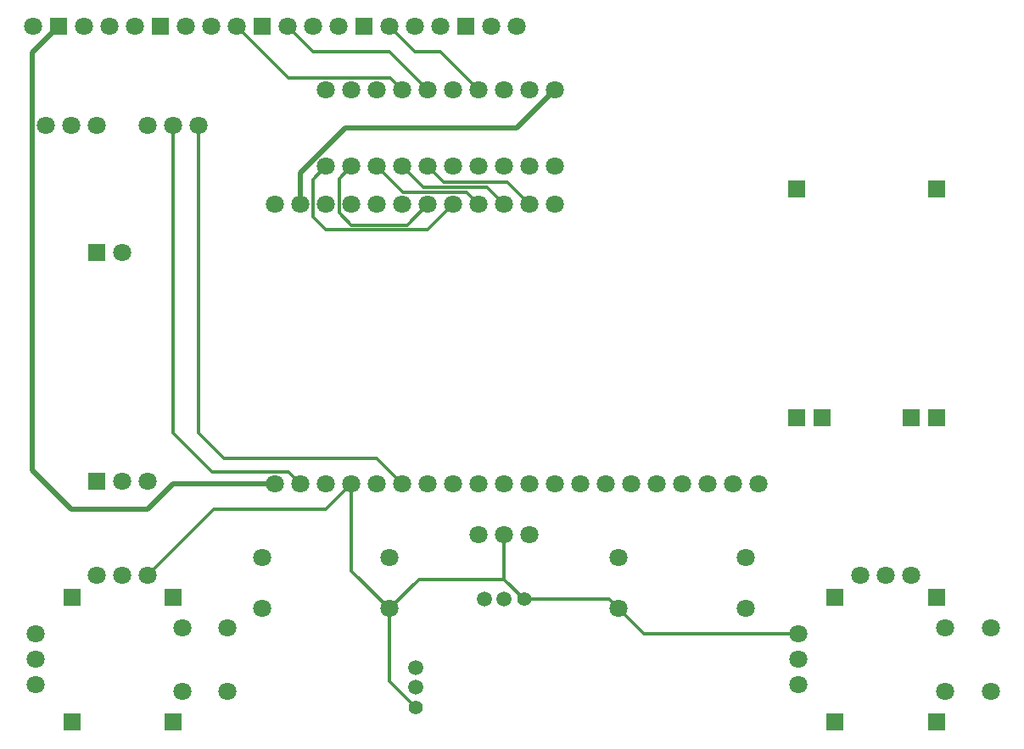
<source format=gbl>
%TF.GenerationSoftware,KiCad,Pcbnew,9.0.0*%
%TF.CreationDate,2025-03-08T19:37:55-08:00*%
%TF.ProjectId,remote,72656d6f-7465-42e6-9b69-6361645f7063,v0.1*%
%TF.SameCoordinates,Original*%
%TF.FileFunction,Copper,L2,Bot*%
%TF.FilePolarity,Positive*%
%FSLAX46Y46*%
G04 Gerber Fmt 4.6, Leading zero omitted, Abs format (unit mm)*
G04 Created by KiCad (PCBNEW 9.0.0) date 2025-03-08 19:37:55*
%MOMM*%
%LPD*%
G01*
G04 APERTURE LIST*
%TA.AperFunction,ComponentPad*%
%ADD10C,1.400000*%
%TD*%
%TA.AperFunction,ComponentPad*%
%ADD11C,1.500000*%
%TD*%
%TA.AperFunction,ComponentPad*%
%ADD12C,1.800000*%
%TD*%
%TA.AperFunction,ComponentPad*%
%ADD13R,1.800000X1.800000*%
%TD*%
%TA.AperFunction,Conductor*%
%ADD14C,0.500000*%
%TD*%
%TA.AperFunction,Conductor*%
%ADD15C,0.300000*%
%TD*%
G04 APERTURE END LIST*
D10*
%TO.P,MINI_THUNSTICK1,1,-*%
%TO.N,Net-(BUTTON1-S1_2)*%
X138520000Y-136620000D03*
D11*
%TO.P,MINI_THUNSTICK1,2,X*%
%TO.N,Net-(ESP32_UWB1-IO14)*%
X138520000Y-134620000D03*
%TO.P,MINI_THUNSTICK1,3,+*%
%TO.N,Net-(ESP32_UWB1-3V3)*%
X138520000Y-132620000D03*
D10*
%TO.P,MINI_THUNSTICK1,4,-*%
%TO.N,Net-(BUTTON1-S1_2)*%
X149320000Y-125820000D03*
D11*
%TO.P,MINI_THUNSTICK1,5,Y*%
%TO.N,Net-(ESP32_UWB1-IO15)*%
X147320000Y-125820000D03*
%TO.P,MINI_THUNSTICK1,6,+*%
%TO.N,Net-(ESP32_UWB1-3V3)*%
X145320000Y-125820000D03*
%TD*%
D12*
%TO.P,RGB_LED4,1,R*%
%TO.N,Net-(RGB_LED4-R)*%
X130810000Y-68580000D03*
D13*
%TO.P,RGB_LED4,2,VCC*%
%TO.N,Net-(ESP32_UWB1-3V3)*%
X133350000Y-68580000D03*
D12*
%TO.P,RGB_LED4,3,G*%
%TO.N,Net-(RGB_LED4-G)*%
X135890000Y-68580000D03*
%TO.P,RGB_LED4,4,B*%
%TO.N,unconnected-(RGB_LED4-B-Pad4)*%
X138430000Y-68580000D03*
%TD*%
%TO.P,R8,1*%
%TO.N,Net-(ESP32_UWB1-IO33)*%
X147320000Y-82550000D03*
%TO.P,R8,2*%
%TO.N,Net-(RGB_LED5-B)*%
X147320000Y-74930000D03*
%TD*%
%TO.P,R2,1*%
%TO.N,Net-(ESP32_UWB1-IO5)*%
X132080000Y-82550000D03*
%TO.P,R2,2*%
%TO.N,Net-(RGB_LED1-G)*%
X132080000Y-74930000D03*
%TD*%
D13*
%TO.P,THUMBSTICK1,*%
%TO.N,*%
X190440000Y-138081058D03*
X190440000Y-125581058D03*
X180340000Y-138081058D03*
X180340000Y-125581058D03*
D12*
%TO.P,THUMBSTICK1,1,-*%
%TO.N,unconnected-(THUMBSTICK1---Pad1)*%
X187930000Y-123431058D03*
%TO.P,THUMBSTICK1,2,X*%
%TO.N,unconnected-(THUMBSTICK1-X-Pad2)*%
X185390000Y-123431058D03*
%TO.P,THUMBSTICK1,3,+*%
%TO.N,unconnected-(THUMBSTICK1-+-Pad3)*%
X182850000Y-123431058D03*
%TO.P,THUMBSTICK1,4,-*%
%TO.N,Net-(BUTTON1-S1_2)*%
X176690000Y-129291058D03*
%TO.P,THUMBSTICK1,5,Y*%
%TO.N,Net-(ESP32_UWB1-IO36)*%
X176690000Y-131831058D03*
%TO.P,THUMBSTICK1,6,+*%
%TO.N,Net-(ESP32_UWB1-3V3)*%
X176690000Y-134371058D03*
%TO.P,THUMBSTICK1,7,S1_1*%
%TO.N,unconnected-(THUMBSTICK1-S1_1-Pad7)*%
X191340000Y-134981058D03*
%TO.P,THUMBSTICK1,8,S1_2*%
%TO.N,unconnected-(THUMBSTICK1-S1_2-Pad8)*%
X195890000Y-134981058D03*
%TO.P,THUMBSTICK1,9,S2_1*%
%TO.N,unconnected-(THUMBSTICK1-S2_1-Pad9)*%
X191340000Y-128681058D03*
%TO.P,THUMBSTICK1,10,S2_2*%
%TO.N,unconnected-(THUMBSTICK1-S2_2-Pad10)*%
X195890000Y-128681058D03*
%TD*%
%TO.P,R4,1*%
%TO.N,Net-(ESP32_UWB1-IO21)*%
X137160000Y-82550000D03*
%TO.P,R4,2*%
%TO.N,Net-(RGB_LED3-R)*%
X137160000Y-74930000D03*
%TD*%
%TO.P,R9,1*%
%TO.N,Net-(ESP32_UWB1-IO39)*%
X149860000Y-82550000D03*
%TO.P,R9,2*%
%TO.N,Net-(5V_DC_DC_CONVERTER1-IN_+)*%
X149860000Y-74930000D03*
%TD*%
%TO.P,ESP32_UWB1,1,3V3*%
%TO.N,Net-(ESP32_UWB1-3V3)*%
X124460000Y-114300000D03*
%TO.P,ESP32_UWB1,2,GND*%
%TO.N,Net-(ESP32_UWB1-GND-Pad2)*%
X127000000Y-114300000D03*
%TO.P,ESP32_UWB1,3,RST*%
%TO.N,unconnected-(ESP32_UWB1-RST-Pad3)*%
X129540000Y-114300000D03*
%TO.P,ESP32_UWB1,4,GND*%
%TO.N,Net-(BUTTON1-S1_2)*%
X132080000Y-114300000D03*
%TO.P,ESP32_UWB1,5,IO2*%
%TO.N,Net-(ESP32_UWB1-IO2)*%
X134620000Y-114300000D03*
%TO.P,ESP32_UWB1,6,IO12*%
%TO.N,Net-(ESP32_UWB1-IO12)*%
X137160000Y-114300000D03*
%TO.P,ESP32_UWB1,7,IO13*%
%TO.N,Net-(BUTTON2-S2_1)*%
X139700000Y-114300000D03*
%TO.P,ESP32_UWB1,8,IO14*%
%TO.N,Net-(ESP32_UWB1-IO14)*%
X142240000Y-114300000D03*
%TO.P,ESP32_UWB1,9,IO15*%
%TO.N,Net-(ESP32_UWB1-IO15)*%
X144780000Y-114300000D03*
%TO.P,ESP32_UWB1,10,IO18*%
%TO.N,unconnected-(ESP32_UWB1-IO18-Pad10)*%
X147320000Y-114300000D03*
%TO.P,ESP32_UWB1,11,IO19*%
%TO.N,unconnected-(ESP32_UWB1-IO19-Pad11)*%
X149860000Y-114300000D03*
%TO.P,ESP32_UWB1,12,IO25*%
%TO.N,Net-(ESP32_UWB1-IO25)*%
X152400000Y-114300000D03*
%TO.P,ESP32_UWB1,13,IO26*%
%TO.N,Net-(ESP32_UWB1-IO26)*%
X154940000Y-114300000D03*
%TO.P,ESP32_UWB1,14,IO27*%
%TO.N,unconnected-(ESP32_UWB1-IO27-Pad14)*%
X157480000Y-114300000D03*
%TO.P,ESP32_UWB1,15,IO32*%
%TO.N,Net-(ESP32_UWB1-IO32)*%
X160020000Y-114300000D03*
%TO.P,ESP32_UWB1,16,IO33*%
%TO.N,Net-(ESP32_UWB1-IO33)*%
X162560000Y-114300000D03*
%TO.P,ESP32_UWB1,17,IO34*%
%TO.N,unconnected-(ESP32_UWB1-IO34-Pad17)*%
X165100000Y-114300000D03*
%TO.P,ESP32_UWB1,18,IO35*%
%TO.N,Net-(BUTTON1-S2_1)*%
X167640000Y-114300000D03*
%TO.P,ESP32_UWB1,19,IO36*%
%TO.N,Net-(ESP32_UWB1-IO36)*%
X170180000Y-114300000D03*
%TO.P,ESP32_UWB1,20,IO39*%
%TO.N,Net-(ESP32_UWB1-IO39)*%
X172720000Y-114300000D03*
%TO.P,ESP32_UWB1,21,5V0*%
%TO.N,Net-(5V_DC_DC_CONVERTER1-OUT_+)*%
X124460000Y-86360000D03*
%TO.P,ESP32_UWB1,22,GND*%
%TO.N,Net-(3.7V_BATTERY_CHARGER1-OUT-)*%
X127000000Y-86360000D03*
%TO.P,ESP32_UWB1,23,IO3*%
%TO.N,unconnected-(ESP32_UWB1-IO3-Pad23)*%
X129540000Y-86360000D03*
%TO.P,ESP32_UWB1,24,IO1*%
%TO.N,unconnected-(ESP32_UWB1-IO1-Pad24)*%
X132080000Y-86360000D03*
%TO.P,ESP32_UWB1,25,IO0*%
%TO.N,unconnected-(ESP32_UWB1-IO0-Pad25)*%
X134620000Y-86360000D03*
%TO.P,ESP32_UWB1,26,IO4*%
%TO.N,unconnected-(ESP32_UWB1-IO4-Pad26)*%
X137160000Y-86360000D03*
%TO.P,ESP32_UWB1,27,IO5*%
%TO.N,Net-(ESP32_UWB1-IO5)*%
X139700000Y-86360000D03*
%TO.P,ESP32_UWB1,28,IO16*%
%TO.N,Net-(ESP32_UWB1-IO16)*%
X142240000Y-86360000D03*
%TO.P,ESP32_UWB1,29,IO17*%
%TO.N,Net-(ESP32_UWB1-IO17)*%
X144780000Y-86360000D03*
%TO.P,ESP32_UWB1,30,IO21*%
%TO.N,Net-(ESP32_UWB1-IO21)*%
X147320000Y-86360000D03*
%TO.P,ESP32_UWB1,31,IO22*%
%TO.N,Net-(ESP32_UWB1-IO22)*%
X149860000Y-86360000D03*
%TO.P,ESP32_UWB1,32,IO23*%
%TO.N,unconnected-(ESP32_UWB1-IO23-Pad32)*%
X152400000Y-86360000D03*
%TD*%
%TO.P,ON_OFF_SWITCH1,1*%
%TO.N,unconnected-(ON_OFF_SWITCH1-Pad1)*%
X101600000Y-78491058D03*
%TO.P,ON_OFF_SWITCH1,2*%
%TO.N,Net-(5V_DC_DC_CONVERTER1-IN_+)*%
X104140000Y-78491058D03*
%TO.P,ON_OFF_SWITCH1,3*%
%TO.N,Net-(3.7V_BATTERY_CHARGER1-OUT+)*%
X106680000Y-78491058D03*
%TD*%
%TO.P,R7,1*%
%TO.N,Net-(ESP32_UWB1-IO32)*%
X144780000Y-82550000D03*
%TO.P,R7,2*%
%TO.N,Net-(RGB_LED4-G)*%
X144780000Y-74930000D03*
%TD*%
%TO.P,BUTTON2,1,S1_1*%
%TO.N,unconnected-(BUTTON2-S1_1-Pad1)*%
X123160000Y-121671058D03*
%TO.P,BUTTON2,2,S1_2*%
%TO.N,unconnected-(BUTTON2-S1_2-Pad2)*%
X123160000Y-126751058D03*
%TO.P,BUTTON2,3,S2_1*%
%TO.N,Net-(BUTTON2-S2_1)*%
X135860000Y-121671058D03*
%TO.P,BUTTON2,4,S2_2*%
%TO.N,Net-(BUTTON1-S1_2)*%
X135860000Y-126751058D03*
%TD*%
%TO.P,RGB_LED1,1,R*%
%TO.N,Net-(RGB_LED1-R)*%
X100330000Y-68580000D03*
D13*
%TO.P,RGB_LED1,2,VCC*%
%TO.N,Net-(ESP32_UWB1-3V3)*%
X102870000Y-68580000D03*
D12*
%TO.P,RGB_LED1,3,G*%
%TO.N,Net-(RGB_LED1-G)*%
X105410000Y-68580000D03*
%TO.P,RGB_LED1,4,B*%
%TO.N,unconnected-(RGB_LED1-B-Pad4)*%
X107950000Y-68580000D03*
%TD*%
%TO.P,R1,1*%
%TO.N,Net-(ESP32_UWB1-IO16)*%
X129540000Y-82550000D03*
%TO.P,R1,2*%
%TO.N,Net-(RGB_LED1-R)*%
X129540000Y-74930000D03*
%TD*%
D13*
%TO.P,THUMBSTICK2,*%
%TO.N,*%
X114270000Y-138081058D03*
X114270000Y-125581058D03*
X104170000Y-138081058D03*
X104170000Y-125581058D03*
D12*
%TO.P,THUMBSTICK2,1,-*%
%TO.N,Net-(BUTTON1-S1_2)*%
X111760000Y-123431058D03*
%TO.P,THUMBSTICK2,2,X*%
%TO.N,Net-(ESP32_UWB1-IO2)*%
X109220000Y-123431058D03*
%TO.P,THUMBSTICK2,3,+*%
%TO.N,Net-(ESP32_UWB1-3V3)*%
X106680000Y-123431058D03*
%TO.P,THUMBSTICK2,4,-*%
%TO.N,unconnected-(THUMBSTICK2---Pad4)*%
X100520000Y-129291058D03*
%TO.P,THUMBSTICK2,5,Y*%
%TO.N,unconnected-(THUMBSTICK2-Y-Pad5)*%
X100520000Y-131831058D03*
%TO.P,THUMBSTICK2,6,+*%
%TO.N,unconnected-(THUMBSTICK2-+-Pad6)*%
X100520000Y-134371058D03*
%TO.P,THUMBSTICK2,7,S1_1*%
%TO.N,unconnected-(THUMBSTICK2-S1_1-Pad7)*%
X115170000Y-134981058D03*
%TO.P,THUMBSTICK2,8,S1_2*%
%TO.N,unconnected-(THUMBSTICK2-S1_2-Pad8)*%
X119720000Y-134981058D03*
%TO.P,THUMBSTICK2,9,S2_1*%
%TO.N,unconnected-(THUMBSTICK2-S2_1-Pad9)*%
X115170000Y-128681058D03*
%TO.P,THUMBSTICK2,10,S2_2*%
%TO.N,unconnected-(THUMBSTICK2-S2_2-Pad10)*%
X119720000Y-128681058D03*
%TD*%
D13*
%TO.P,5V_DC_DC_CONVERTER1,1,IN_+*%
%TO.N,Net-(5V_DC_DC_CONVERTER1-IN_+)*%
X106680000Y-114051058D03*
D12*
%TO.P,5V_DC_DC_CONVERTER1,2,CTL*%
%TO.N,unconnected-(5V_DC_DC_CONVERTER1-CTL-Pad2)*%
X109220000Y-114051058D03*
%TO.P,5V_DC_DC_CONVERTER1,3,IN_-*%
%TO.N,Net-(3.7V_BATTERY_CHARGER1-OUT-)*%
X111760000Y-114051058D03*
D13*
%TO.P,5V_DC_DC_CONVERTER1,4,OUT_+*%
%TO.N,Net-(5V_DC_DC_CONVERTER1-OUT_+)*%
X106680000Y-91191058D03*
D12*
%TO.P,5V_DC_DC_CONVERTER1,5,OUT_-*%
%TO.N,Net-(3.7V_BATTERY_CHARGER1-OUT-)*%
X109220000Y-91191058D03*
%TD*%
%TO.P,BUTTON1,1,S1_1*%
%TO.N,unconnected-(BUTTON1-S1_1-Pad1)*%
X158720000Y-121671058D03*
%TO.P,BUTTON1,2,S1_2*%
%TO.N,Net-(BUTTON1-S1_2)*%
X158720000Y-126751058D03*
%TO.P,BUTTON1,3,S2_1*%
%TO.N,Net-(BUTTON1-S2_1)*%
X171420000Y-121671058D03*
%TO.P,BUTTON1,4,S2_2*%
%TO.N,unconnected-(BUTTON1-S2_2-Pad4)*%
X171420000Y-126751058D03*
%TD*%
%TO.P,RGB_LED2,1,R*%
%TO.N,unconnected-(RGB_LED2-R-Pad1)*%
X110490000Y-68580000D03*
D13*
%TO.P,RGB_LED2,2,VCC*%
%TO.N,Net-(ESP32_UWB1-3V3)*%
X113030000Y-68580000D03*
D12*
%TO.P,RGB_LED2,3,G*%
%TO.N,unconnected-(RGB_LED2-G-Pad3)*%
X115570000Y-68580000D03*
%TO.P,RGB_LED2,4,B*%
%TO.N,Net-(RGB_LED2-B)*%
X118110000Y-68580000D03*
%TD*%
%TO.P,R6,1*%
%TO.N,Net-(ESP32_UWB1-IO26)*%
X142240000Y-82550000D03*
%TO.P,R6,2*%
%TO.N,Net-(RGB_LED4-R)*%
X142240000Y-74930000D03*
%TD*%
%TO.P,R10,1*%
%TO.N,Net-(ESP32_UWB1-IO39)*%
X152400000Y-82550000D03*
%TO.P,R10,2*%
%TO.N,Net-(3.7V_BATTERY_CHARGER1-OUT-)*%
X152400000Y-74930000D03*
%TD*%
%TO.P,RGB_LED3,1,R*%
%TO.N,Net-(RGB_LED3-R)*%
X120650000Y-68580000D03*
D13*
%TO.P,RGB_LED3,2,VCC*%
%TO.N,Net-(ESP32_UWB1-3V3)*%
X123190000Y-68580000D03*
D12*
%TO.P,RGB_LED3,3,G*%
%TO.N,Net-(RGB_LED3-G)*%
X125730000Y-68580000D03*
%TO.P,RGB_LED3,4,B*%
%TO.N,unconnected-(RGB_LED3-B-Pad4)*%
X128270000Y-68580000D03*
%TD*%
%TO.P,LOCK_SWITCH1,1*%
%TO.N,unconnected-(LOCK_SWITCH1-Pad1)*%
X144780000Y-119380000D03*
%TO.P,LOCK_SWITCH1,2*%
%TO.N,Net-(BUTTON1-S1_2)*%
X147320000Y-119380000D03*
%TO.P,LOCK_SWITCH1,3*%
%TO.N,Net-(ESP32_UWB1-IO25)*%
X149860000Y-119380000D03*
%TD*%
%TO.P,R3,1*%
%TO.N,Net-(ESP32_UWB1-IO17)*%
X134620000Y-82550000D03*
%TO.P,R3,2*%
%TO.N,Net-(RGB_LED2-B)*%
X134620000Y-74930000D03*
%TD*%
%TO.P,UWB_SELECTOR1,1*%
%TO.N,unconnected-(UWB_SELECTOR1-Pad1)*%
X111760000Y-78491058D03*
%TO.P,UWB_SELECTOR1,2*%
%TO.N,Net-(ESP32_UWB1-GND-Pad2)*%
X114300000Y-78491058D03*
%TO.P,UWB_SELECTOR1,3*%
%TO.N,Net-(ESP32_UWB1-IO12)*%
X116840000Y-78491058D03*
%TD*%
%TO.P,R5,1*%
%TO.N,Net-(ESP32_UWB1-IO22)*%
X139700000Y-82550000D03*
%TO.P,R5,2*%
%TO.N,Net-(RGB_LED3-G)*%
X139700000Y-74930000D03*
%TD*%
%TO.P,RGB_LED5,1,R*%
%TO.N,unconnected-(RGB_LED5-R-Pad1)*%
X140970000Y-68580000D03*
D13*
%TO.P,RGB_LED5,2,VCC*%
%TO.N,Net-(ESP32_UWB1-3V3)*%
X143510000Y-68580000D03*
D12*
%TO.P,RGB_LED5,3,G*%
%TO.N,unconnected-(RGB_LED5-G-Pad3)*%
X146050000Y-68580000D03*
%TO.P,RGB_LED5,4,B*%
%TO.N,Net-(RGB_LED5-B)*%
X148590000Y-68580000D03*
%TD*%
D13*
%TO.P,3.7V_BATTERY_CHARGER1,1,+*%
%TO.N,unconnected-(3.7V_BATTERY_CHARGER1-+-Pad1)*%
X176530000Y-84841058D03*
%TO.P,3.7V_BATTERY_CHARGER1,2,-*%
%TO.N,unconnected-(3.7V_BATTERY_CHARGER1---Pad2)*%
X190500000Y-84841058D03*
%TO.P,3.7V_BATTERY_CHARGER1,3,OUT+*%
%TO.N,Net-(3.7V_BATTERY_CHARGER1-OUT+)*%
X176530000Y-107701058D03*
%TO.P,3.7V_BATTERY_CHARGER1,4,B+*%
%TO.N,unconnected-(3.7V_BATTERY_CHARGER1-B+-Pad4)*%
X179070000Y-107701058D03*
%TO.P,3.7V_BATTERY_CHARGER1,5,B-*%
%TO.N,unconnected-(3.7V_BATTERY_CHARGER1-B--Pad5)*%
X187960000Y-107701058D03*
%TO.P,3.7V_BATTERY_CHARGER1,6,OUT-*%
%TO.N,Net-(3.7V_BATTERY_CHARGER1-OUT-)*%
X190500000Y-107701058D03*
%TD*%
D14*
%TO.N,Net-(3.7V_BATTERY_CHARGER1-OUT-)*%
X148590000Y-78740000D02*
X131439397Y-78740000D01*
X127000000Y-83179397D02*
X127000000Y-86360000D01*
X131439397Y-78740000D02*
X127000000Y-83179397D01*
X152400000Y-74930000D02*
X148590000Y-78740000D01*
%TO.N,Net-(ESP32_UWB1-3V3)*%
X111760000Y-116840000D02*
X114300000Y-114300000D01*
X114300000Y-114300000D02*
X124460000Y-114300000D01*
X100249000Y-71201000D02*
X100249000Y-112949000D01*
X102870000Y-68580000D02*
X100249000Y-71201000D01*
X104140000Y-116840000D02*
X111760000Y-116840000D01*
X100249000Y-112949000D02*
X104140000Y-116840000D01*
D15*
%TO.N,Net-(ESP32_UWB1-IO5)*%
X132080000Y-82550000D02*
X130829000Y-83801000D01*
X130829000Y-83801000D02*
X130829000Y-87148000D01*
X130829000Y-87148000D02*
X132080000Y-88399000D01*
X132080000Y-88399000D02*
X137661000Y-88399000D01*
X137661000Y-88399000D02*
X139700000Y-86360000D01*
%TO.N,Net-(ESP32_UWB1-IO17)*%
X137179000Y-85109000D02*
X143529000Y-85109000D01*
X134620000Y-82550000D02*
X137179000Y-85109000D01*
X143529000Y-85109000D02*
X144780000Y-86360000D01*
%TO.N,Net-(ESP32_UWB1-IO21)*%
X137160000Y-82550000D02*
X139218000Y-84608000D01*
X145568000Y-84608000D02*
X147320000Y-86360000D01*
X139218000Y-84608000D02*
X145568000Y-84608000D01*
%TO.N,Net-(ESP32_UWB1-IO22)*%
X139700000Y-82550000D02*
X141257000Y-84107000D01*
X141257000Y-84107000D02*
X147607000Y-84107000D01*
X147607000Y-84107000D02*
X149860000Y-86360000D01*
%TO.N,Net-(RGB_LED3-R)*%
X125749000Y-73679000D02*
X135909000Y-73679000D01*
X120650000Y-68580000D02*
X125749000Y-73679000D01*
X135909000Y-73679000D02*
X137160000Y-74930000D01*
%TO.N,Net-(RGB_LED3-G)*%
X125730000Y-68580000D02*
X128270000Y-71120000D01*
X135890000Y-71120000D02*
X139700000Y-74930000D01*
X128270000Y-71120000D02*
X135890000Y-71120000D01*
%TO.N,Net-(ESP32_UWB1-IO12)*%
X116840000Y-78491058D02*
X116840000Y-109220000D01*
X116840000Y-109220000D02*
X119380000Y-111760000D01*
X119380000Y-111760000D02*
X134620000Y-111760000D01*
X134620000Y-111760000D02*
X137160000Y-114300000D01*
%TO.N,Net-(ESP32_UWB1-GND-Pad2)*%
X118129000Y-113049000D02*
X125749000Y-113049000D01*
X114300000Y-109220000D02*
X118129000Y-113049000D01*
X114300000Y-78491058D02*
X114300000Y-109220000D01*
X125749000Y-113049000D02*
X127000000Y-114300000D01*
%TO.N,Net-(RGB_LED4-G)*%
X140970000Y-71120000D02*
X144780000Y-74930000D01*
X138430000Y-71120000D02*
X140970000Y-71120000D01*
X135890000Y-68580000D02*
X138430000Y-71120000D01*
%TO.N,Net-(BUTTON1-S1_2)*%
X161260000Y-129291058D02*
X158720000Y-126751058D01*
X157788942Y-125820000D02*
X158720000Y-126751058D01*
X176690000Y-129291058D02*
X161260000Y-129291058D01*
X135860000Y-126751058D02*
X132080000Y-122971058D01*
X149320000Y-125820000D02*
X157788942Y-125820000D01*
X138791058Y-123820000D02*
X147320000Y-123820000D01*
X135860000Y-133960000D02*
X138520000Y-136620000D01*
X118351058Y-116840000D02*
X129540000Y-116840000D01*
X149320000Y-125820000D02*
X147320000Y-123820000D01*
X132080000Y-122971058D02*
X132080000Y-114300000D01*
X111760000Y-123431058D02*
X118351058Y-116840000D01*
X129540000Y-116840000D02*
X132080000Y-114300000D01*
X135860000Y-126751058D02*
X135860000Y-133960000D01*
X147320000Y-123820000D02*
X147320000Y-119380000D01*
X135860000Y-126751058D02*
X138791058Y-123820000D01*
%TO.N,Net-(ESP32_UWB1-IO16)*%
X128251000Y-83839000D02*
X128251000Y-87611000D01*
X129540000Y-88900000D02*
X139700000Y-88900000D01*
X129540000Y-82550000D02*
X128251000Y-83839000D01*
X128251000Y-87611000D02*
X129540000Y-88900000D01*
X139700000Y-88900000D02*
X142240000Y-86360000D01*
%TD*%
M02*

</source>
